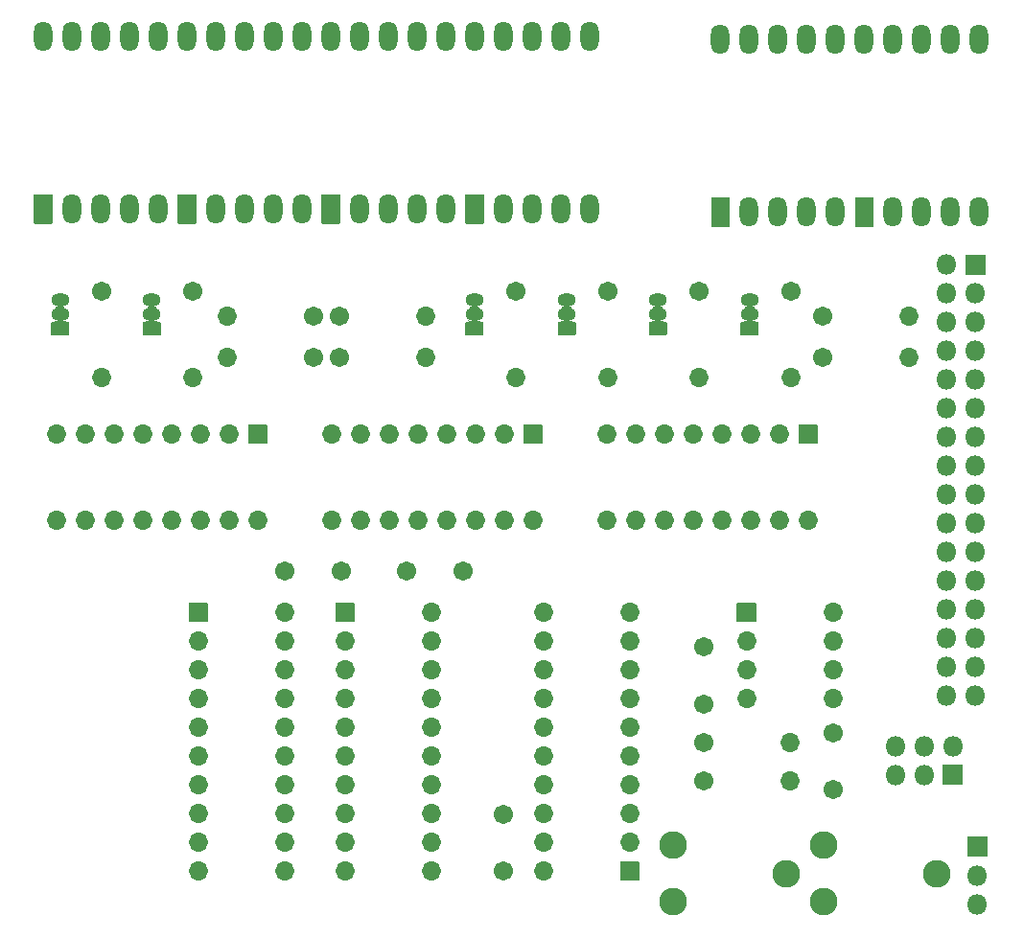
<source format=gts>
G04 #@! TF.GenerationSoftware,KiCad,Pcbnew,(5.1.9)-1*
G04 #@! TF.CreationDate,2023-04-05T16:21:32+01:00*
G04 #@! TF.ProjectId,AT65C02_HEX_rev002,41543635-4330-4325-9f48-45585f726576,rev?*
G04 #@! TF.SameCoordinates,Original*
G04 #@! TF.FileFunction,Soldermask,Top*
G04 #@! TF.FilePolarity,Negative*
%FSLAX46Y46*%
G04 Gerber Fmt 4.6, Leading zero omitted, Abs format (unit mm)*
G04 Created by KiCad (PCBNEW (5.1.9)-1) date 2023-04-05 16:21:32*
%MOMM*%
%LPD*%
G01*
G04 APERTURE LIST*
%ADD10C,1.702000*%
%ADD11O,1.626000X2.626000*%
%ADD12O,1.602000X1.152000*%
%ADD13O,1.702000X1.702000*%
%ADD14C,2.442000*%
%ADD15O,1.802000X1.802000*%
%ADD16C,0.100000*%
G04 APERTURE END LIST*
D10*
X169015000Y-87050000D03*
X174015000Y-87050000D03*
X158242000Y-87050000D03*
X163242000Y-87050000D03*
X177565000Y-108525000D03*
X177565000Y-113525000D03*
D11*
X209438000Y-40042000D03*
X211978000Y-40042000D03*
X214518000Y-40042000D03*
X217058000Y-40042000D03*
X219598000Y-40042000D03*
X219598000Y-55282000D03*
X217058000Y-55282000D03*
X214518000Y-55282000D03*
X211978000Y-55282000D03*
G36*
G01*
X208625000Y-56544000D02*
X208625000Y-54020000D01*
G75*
G02*
X208676000Y-53969000I51000J0D01*
G01*
X210200000Y-53969000D01*
G75*
G02*
X210251000Y-54020000I0J-51000D01*
G01*
X210251000Y-56544000D01*
G75*
G02*
X210200000Y-56595000I-51000J0D01*
G01*
X208676000Y-56595000D01*
G75*
G02*
X208625000Y-56544000I0J51000D01*
G01*
G37*
D10*
X195290000Y-98750000D03*
X195290000Y-93750000D03*
G36*
G01*
X175756000Y-66196000D02*
X174256000Y-66196000D01*
G75*
G02*
X174205000Y-66145000I0J51000D01*
G01*
X174205000Y-65095000D01*
G75*
G02*
X174256000Y-65044000I51000J0D01*
G01*
X175756000Y-65044000D01*
G75*
G02*
X175807000Y-65095000I0J-51000D01*
G01*
X175807000Y-66145000D01*
G75*
G02*
X175756000Y-66196000I-51000J0D01*
G01*
G37*
D12*
X175006000Y-63080000D03*
X175006000Y-64350000D03*
X183166000Y-64350000D03*
X183166000Y-63080000D03*
G36*
G01*
X183916000Y-66196000D02*
X182416000Y-66196000D01*
G75*
G02*
X182365000Y-66145000I0J51000D01*
G01*
X182365000Y-65095000D01*
G75*
G02*
X182416000Y-65044000I51000J0D01*
G01*
X183916000Y-65044000D01*
G75*
G02*
X183967000Y-65095000I0J-51000D01*
G01*
X183967000Y-66145000D01*
G75*
G02*
X183916000Y-66196000I-51000J0D01*
G01*
G37*
D13*
X202910000Y-105525000D03*
D10*
X195290000Y-105525000D03*
X195290000Y-102150000D03*
D13*
X202910000Y-102150000D03*
D10*
X186806000Y-62290000D03*
D13*
X186806000Y-69910000D03*
X153162000Y-64520000D03*
D10*
X160782000Y-64520000D03*
G36*
G01*
X189573000Y-112738000D02*
X189573000Y-114338000D01*
G75*
G02*
X189522000Y-114389000I-51000J0D01*
G01*
X187922000Y-114389000D01*
G75*
G02*
X187871000Y-114338000I0J51000D01*
G01*
X187871000Y-112738000D01*
G75*
G02*
X187922000Y-112687000I51000J0D01*
G01*
X189522000Y-112687000D01*
G75*
G02*
X189573000Y-112738000I0J-51000D01*
G01*
G37*
D13*
X181102000Y-90678000D03*
X188722000Y-110998000D03*
X181102000Y-93218000D03*
X188722000Y-108458000D03*
X181102000Y-95758000D03*
X188722000Y-105918000D03*
X181102000Y-98298000D03*
X188722000Y-103378000D03*
X181102000Y-100838000D03*
X188722000Y-100838000D03*
X181102000Y-103378000D03*
X188722000Y-98298000D03*
X181102000Y-105918000D03*
X188722000Y-95758000D03*
X181102000Y-108458000D03*
X188722000Y-93218000D03*
X181102000Y-110998000D03*
X188722000Y-90678000D03*
X181102000Y-113538000D03*
G36*
G01*
X198189000Y-91478000D02*
X198189000Y-89878000D01*
G75*
G02*
X198240000Y-89827000I51000J0D01*
G01*
X199840000Y-89827000D01*
G75*
G02*
X199891000Y-89878000I0J-51000D01*
G01*
X199891000Y-91478000D01*
G75*
G02*
X199840000Y-91529000I-51000J0D01*
G01*
X198240000Y-91529000D01*
G75*
G02*
X198189000Y-91478000I0J51000D01*
G01*
G37*
X206660000Y-98298000D03*
X199040000Y-93218000D03*
X206660000Y-95758000D03*
X199040000Y-95758000D03*
X206660000Y-93218000D03*
X199040000Y-98298000D03*
X206660000Y-90678000D03*
G36*
G01*
X139174000Y-66196000D02*
X137674000Y-66196000D01*
G75*
G02*
X137623000Y-66145000I0J51000D01*
G01*
X137623000Y-65095000D01*
G75*
G02*
X137674000Y-65044000I51000J0D01*
G01*
X139174000Y-65044000D01*
G75*
G02*
X139225000Y-65095000I0J-51000D01*
G01*
X139225000Y-66145000D01*
G75*
G02*
X139174000Y-66196000I-51000J0D01*
G01*
G37*
D12*
X138424000Y-63080000D03*
X138424000Y-64350000D03*
X146529333Y-64350000D03*
X146529333Y-63080000D03*
G36*
G01*
X147279333Y-66196000D02*
X145779333Y-66196000D01*
G75*
G02*
X145728333Y-66145000I0J51000D01*
G01*
X145728333Y-65095000D01*
G75*
G02*
X145779333Y-65044000I51000J0D01*
G01*
X147279333Y-65044000D01*
G75*
G02*
X147330333Y-65095000I0J-51000D01*
G01*
X147330333Y-66145000D01*
G75*
G02*
X147279333Y-66196000I-51000J0D01*
G01*
G37*
X191210666Y-64350000D03*
X191210666Y-63080000D03*
G36*
G01*
X191960666Y-66196000D02*
X190460666Y-66196000D01*
G75*
G02*
X190409666Y-66145000I0J51000D01*
G01*
X190409666Y-65095000D01*
G75*
G02*
X190460666Y-65044000I51000J0D01*
G01*
X191960666Y-65044000D01*
G75*
G02*
X192011666Y-65095000I0J-51000D01*
G01*
X192011666Y-66145000D01*
G75*
G02*
X191960666Y-66196000I-51000J0D01*
G01*
G37*
G36*
G01*
X200066000Y-66196000D02*
X198566000Y-66196000D01*
G75*
G02*
X198515000Y-66145000I0J51000D01*
G01*
X198515000Y-65095000D01*
G75*
G02*
X198566000Y-65044000I51000J0D01*
G01*
X200066000Y-65044000D01*
G75*
G02*
X200117000Y-65095000I0J-51000D01*
G01*
X200117000Y-66145000D01*
G75*
G02*
X200066000Y-66196000I-51000J0D01*
G01*
G37*
X199316000Y-63080000D03*
X199316000Y-64350000D03*
D10*
X160782000Y-68160000D03*
D13*
X153162000Y-68160000D03*
D10*
X142064000Y-62290000D03*
D13*
X142064000Y-69910000D03*
X150169333Y-69910000D03*
D10*
X150169333Y-62290000D03*
D13*
X213360000Y-64520000D03*
D10*
X205740000Y-64520000D03*
G36*
G01*
X203670000Y-74079000D02*
X205270000Y-74079000D01*
G75*
G02*
X205321000Y-74130000I0J-51000D01*
G01*
X205321000Y-75730000D01*
G75*
G02*
X205270000Y-75781000I-51000J0D01*
G01*
X203670000Y-75781000D01*
G75*
G02*
X203619000Y-75730000I0J51000D01*
G01*
X203619000Y-74130000D01*
G75*
G02*
X203670000Y-74079000I51000J0D01*
G01*
G37*
D13*
X186690000Y-82550000D03*
X201930000Y-74930000D03*
X189230000Y-82550000D03*
X199390000Y-74930000D03*
X191770000Y-82550000D03*
X196850000Y-74930000D03*
X194310000Y-82550000D03*
X194310000Y-74930000D03*
X196850000Y-82550000D03*
X191770000Y-74930000D03*
X199390000Y-82550000D03*
X189230000Y-74930000D03*
X201930000Y-82550000D03*
X186690000Y-74930000D03*
X204470000Y-82550000D03*
X180167000Y-82550000D03*
X162387000Y-74930000D03*
X177627000Y-82550000D03*
X164927000Y-74930000D03*
X175087000Y-82550000D03*
X167467000Y-74930000D03*
X172547000Y-82550000D03*
X170007000Y-74930000D03*
X170007000Y-82550000D03*
X172547000Y-74930000D03*
X167467000Y-82550000D03*
X175087000Y-74930000D03*
X164927000Y-82550000D03*
X177627000Y-74930000D03*
X162387000Y-82550000D03*
G36*
G01*
X179367000Y-74079000D02*
X180967000Y-74079000D01*
G75*
G02*
X181018000Y-74130000I0J-51000D01*
G01*
X181018000Y-75730000D01*
G75*
G02*
X180967000Y-75781000I-51000J0D01*
G01*
X179367000Y-75781000D01*
G75*
G02*
X179316000Y-75730000I0J51000D01*
G01*
X179316000Y-74130000D01*
G75*
G02*
X179367000Y-74079000I51000J0D01*
G01*
G37*
X170688000Y-68160000D03*
D10*
X163068000Y-68160000D03*
D13*
X170688000Y-64520000D03*
D10*
X163068000Y-64520000D03*
D13*
X178646000Y-69910000D03*
D10*
X178646000Y-62290000D03*
X205740000Y-68160000D03*
D13*
X213360000Y-68160000D03*
D10*
X194850666Y-62290000D03*
D13*
X194850666Y-69910000D03*
D10*
X202956000Y-62290000D03*
D13*
X202956000Y-69910000D03*
G36*
G01*
X155064000Y-74079000D02*
X156664000Y-74079000D01*
G75*
G02*
X156715000Y-74130000I0J-51000D01*
G01*
X156715000Y-75730000D01*
G75*
G02*
X156664000Y-75781000I-51000J0D01*
G01*
X155064000Y-75781000D01*
G75*
G02*
X155013000Y-75730000I0J51000D01*
G01*
X155013000Y-74130000D01*
G75*
G02*
X155064000Y-74079000I51000J0D01*
G01*
G37*
X138084000Y-82550000D03*
X153324000Y-74930000D03*
X140624000Y-82550000D03*
X150784000Y-74930000D03*
X143164000Y-82550000D03*
X148244000Y-74930000D03*
X145704000Y-82550000D03*
X145704000Y-74930000D03*
X148244000Y-82550000D03*
X143164000Y-74930000D03*
X150784000Y-82550000D03*
X140624000Y-74930000D03*
X153324000Y-82550000D03*
X138084000Y-74930000D03*
X155864000Y-82550000D03*
G36*
G01*
X162725000Y-91478000D02*
X162725000Y-89878000D01*
G75*
G02*
X162776000Y-89827000I51000J0D01*
G01*
X164376000Y-89827000D01*
G75*
G02*
X164427000Y-89878000I0J-51000D01*
G01*
X164427000Y-91478000D01*
G75*
G02*
X164376000Y-91529000I-51000J0D01*
G01*
X162776000Y-91529000D01*
G75*
G02*
X162725000Y-91478000I0J51000D01*
G01*
G37*
X171196000Y-113538000D03*
X163576000Y-93218000D03*
X171196000Y-110998000D03*
X163576000Y-95758000D03*
X171196000Y-108458000D03*
X163576000Y-98298000D03*
X171196000Y-105918000D03*
X163576000Y-100838000D03*
X171196000Y-103378000D03*
X163576000Y-103378000D03*
X171196000Y-100838000D03*
X163576000Y-105918000D03*
X171196000Y-98298000D03*
X163576000Y-108458000D03*
X171196000Y-95758000D03*
X163576000Y-110998000D03*
X171196000Y-93218000D03*
X163576000Y-113538000D03*
X171196000Y-90678000D03*
X158242000Y-90678000D03*
X150622000Y-113538000D03*
X158242000Y-93218000D03*
X150622000Y-110998000D03*
X158242000Y-95758000D03*
X150622000Y-108458000D03*
X158242000Y-98298000D03*
X150622000Y-105918000D03*
X158242000Y-100838000D03*
X150622000Y-103378000D03*
X158242000Y-103378000D03*
X150622000Y-100838000D03*
X158242000Y-105918000D03*
X150622000Y-98298000D03*
X158242000Y-108458000D03*
X150622000Y-95758000D03*
X158242000Y-110998000D03*
X150622000Y-93218000D03*
X158242000Y-113538000D03*
G36*
G01*
X149771000Y-91478000D02*
X149771000Y-89878000D01*
G75*
G02*
X149822000Y-89827000I51000J0D01*
G01*
X151422000Y-89827000D01*
G75*
G02*
X151473000Y-89878000I0J-51000D01*
G01*
X151473000Y-91478000D01*
G75*
G02*
X151422000Y-91529000I-51000J0D01*
G01*
X149822000Y-91529000D01*
G75*
G02*
X149771000Y-91478000I0J51000D01*
G01*
G37*
G36*
G01*
X136127000Y-56290000D02*
X136127000Y-53766000D01*
G75*
G02*
X136178000Y-53715000I51000J0D01*
G01*
X137702000Y-53715000D01*
G75*
G02*
X137753000Y-53766000I0J-51000D01*
G01*
X137753000Y-56290000D01*
G75*
G02*
X137702000Y-56341000I-51000J0D01*
G01*
X136178000Y-56341000D01*
G75*
G02*
X136127000Y-56290000I0J51000D01*
G01*
G37*
D11*
X139480000Y-55028000D03*
X142020000Y-55028000D03*
X144560000Y-55028000D03*
X147100000Y-55028000D03*
X147100000Y-39788000D03*
X144560000Y-39788000D03*
X142020000Y-39788000D03*
X139480000Y-39788000D03*
X136940000Y-39788000D03*
X149640000Y-39788000D03*
X152180000Y-39788000D03*
X154720000Y-39788000D03*
X157260000Y-39788000D03*
X159800000Y-39788000D03*
X159800000Y-55028000D03*
X157260000Y-55028000D03*
X154720000Y-55028000D03*
X152180000Y-55028000D03*
G36*
G01*
X148827000Y-56290000D02*
X148827000Y-53766000D01*
G75*
G02*
X148878000Y-53715000I51000J0D01*
G01*
X150402000Y-53715000D01*
G75*
G02*
X150453000Y-53766000I0J-51000D01*
G01*
X150453000Y-56290000D01*
G75*
G02*
X150402000Y-56341000I-51000J0D01*
G01*
X148878000Y-56341000D01*
G75*
G02*
X148827000Y-56290000I0J51000D01*
G01*
G37*
G36*
G01*
X161527000Y-56290000D02*
X161527000Y-53766000D01*
G75*
G02*
X161578000Y-53715000I51000J0D01*
G01*
X163102000Y-53715000D01*
G75*
G02*
X163153000Y-53766000I0J-51000D01*
G01*
X163153000Y-56290000D01*
G75*
G02*
X163102000Y-56341000I-51000J0D01*
G01*
X161578000Y-56341000D01*
G75*
G02*
X161527000Y-56290000I0J51000D01*
G01*
G37*
X164880000Y-55028000D03*
X167420000Y-55028000D03*
X169960000Y-55028000D03*
X172500000Y-55028000D03*
X172500000Y-39788000D03*
X169960000Y-39788000D03*
X167420000Y-39788000D03*
X164880000Y-39788000D03*
X162340000Y-39788000D03*
X175040000Y-39788000D03*
X177580000Y-39788000D03*
X180120000Y-39788000D03*
X182660000Y-39788000D03*
X185200000Y-39788000D03*
X185200000Y-55028000D03*
X182660000Y-55028000D03*
X180120000Y-55028000D03*
X177580000Y-55028000D03*
G36*
G01*
X174227000Y-56290000D02*
X174227000Y-53766000D01*
G75*
G02*
X174278000Y-53715000I51000J0D01*
G01*
X175802000Y-53715000D01*
G75*
G02*
X175853000Y-53766000I0J-51000D01*
G01*
X175853000Y-56290000D01*
G75*
G02*
X175802000Y-56341000I-51000J0D01*
G01*
X174278000Y-56341000D01*
G75*
G02*
X174227000Y-56290000I0J51000D01*
G01*
G37*
G36*
G01*
X195925000Y-56544000D02*
X195925000Y-54020000D01*
G75*
G02*
X195976000Y-53969000I51000J0D01*
G01*
X197500000Y-53969000D01*
G75*
G02*
X197551000Y-54020000I0J-51000D01*
G01*
X197551000Y-56544000D01*
G75*
G02*
X197500000Y-56595000I-51000J0D01*
G01*
X195976000Y-56595000D01*
G75*
G02*
X195925000Y-56544000I0J51000D01*
G01*
G37*
X199278000Y-55282000D03*
X201818000Y-55282000D03*
X204358000Y-55282000D03*
X206898000Y-55282000D03*
X206898000Y-40042000D03*
X204358000Y-40042000D03*
X201818000Y-40042000D03*
X199278000Y-40042000D03*
X196738000Y-40042000D03*
D10*
X206660000Y-101350000D03*
X206660000Y-106350000D03*
D14*
X192565000Y-116250000D03*
X202565000Y-113750000D03*
X192565000Y-111250000D03*
X205840000Y-111250000D03*
X215840000Y-113750000D03*
X205840000Y-116250000D03*
G36*
G01*
X220161000Y-59100000D02*
X220161000Y-60800000D01*
G75*
G02*
X220110000Y-60851000I-51000J0D01*
G01*
X218410000Y-60851000D01*
G75*
G02*
X218359000Y-60800000I0J51000D01*
G01*
X218359000Y-59100000D01*
G75*
G02*
X218410000Y-59049000I51000J0D01*
G01*
X220110000Y-59049000D01*
G75*
G02*
X220161000Y-59100000I0J-51000D01*
G01*
G37*
D15*
X216720000Y-59950000D03*
X219260000Y-62490000D03*
X216720000Y-62490000D03*
X219260000Y-65030000D03*
X216720000Y-65030000D03*
X219260000Y-67570000D03*
X216720000Y-67570000D03*
X219260000Y-70110000D03*
X216720000Y-70110000D03*
X219260000Y-72650000D03*
X216720000Y-72650000D03*
X219260000Y-75190000D03*
X216720000Y-75190000D03*
X219260000Y-77730000D03*
X216720000Y-77730000D03*
X219260000Y-80270000D03*
X216720000Y-80270000D03*
X219260000Y-82810000D03*
X216720000Y-82810000D03*
X219260000Y-85350000D03*
X216720000Y-85350000D03*
X219260000Y-87890000D03*
X216720000Y-87890000D03*
X219260000Y-90430000D03*
X216720000Y-90430000D03*
X219260000Y-92970000D03*
X216720000Y-92970000D03*
X219260000Y-95510000D03*
X216720000Y-95510000D03*
X219260000Y-98050000D03*
X216720000Y-98050000D03*
G36*
G01*
X216415000Y-104124000D02*
X218115000Y-104124000D01*
G75*
G02*
X218166000Y-104175000I0J-51000D01*
G01*
X218166000Y-105875000D01*
G75*
G02*
X218115000Y-105926000I-51000J0D01*
G01*
X216415000Y-105926000D01*
G75*
G02*
X216364000Y-105875000I0J51000D01*
G01*
X216364000Y-104175000D01*
G75*
G02*
X216415000Y-104124000I51000J0D01*
G01*
G37*
X217265000Y-102485000D03*
X214725000Y-105025000D03*
X214725000Y-102485000D03*
X212185000Y-105025000D03*
X212185000Y-102485000D03*
X219440000Y-116455000D03*
X219440000Y-113915000D03*
G36*
G01*
X218539000Y-112225000D02*
X218539000Y-110525000D01*
G75*
G02*
X218590000Y-110474000I51000J0D01*
G01*
X220290000Y-110474000D01*
G75*
G02*
X220341000Y-110525000I0J-51000D01*
G01*
X220341000Y-112225000D01*
G75*
G02*
X220290000Y-112276000I-51000J0D01*
G01*
X218590000Y-112276000D01*
G75*
G02*
X218539000Y-112225000I0J51000D01*
G01*
G37*
D16*
G36*
X199865674Y-64826390D02*
G01*
X199865115Y-64828130D01*
X199852269Y-64840976D01*
X199838874Y-64861024D01*
X199829647Y-64883297D01*
X199824943Y-64906948D01*
X199824943Y-64931054D01*
X199829647Y-64954704D01*
X199838874Y-64976978D01*
X199852268Y-64997025D01*
X199869315Y-65014072D01*
X199889363Y-65027467D01*
X199911636Y-65036694D01*
X199935333Y-65041407D01*
X199947438Y-65042002D01*
X199949119Y-65043086D01*
X199949021Y-65045084D01*
X199947340Y-65046000D01*
X198684660Y-65046000D01*
X198682928Y-65045000D01*
X198682928Y-65043000D01*
X198684464Y-65042010D01*
X198708651Y-65039628D01*
X198731726Y-65032628D01*
X198752990Y-65021263D01*
X198771627Y-65005968D01*
X198786922Y-64987331D01*
X198798287Y-64966067D01*
X198805287Y-64942992D01*
X198807650Y-64919001D01*
X198805287Y-64895010D01*
X198798287Y-64871935D01*
X198786922Y-64850671D01*
X198771595Y-64831995D01*
X198770123Y-64830661D01*
X198769511Y-64828757D01*
X198770854Y-64827275D01*
X198772409Y-64827415D01*
X198871343Y-64880298D01*
X198979023Y-64912962D01*
X199091094Y-64924000D01*
X199540906Y-64924000D01*
X199652977Y-64912962D01*
X199760657Y-64880298D01*
X199859892Y-64827255D01*
X199862432Y-64825170D01*
X199864406Y-64824844D01*
X199865674Y-64826390D01*
G37*
G36*
X147079007Y-64826390D02*
G01*
X147078448Y-64828130D01*
X147065602Y-64840976D01*
X147052207Y-64861024D01*
X147042980Y-64883297D01*
X147038276Y-64906948D01*
X147038276Y-64931054D01*
X147042980Y-64954704D01*
X147052207Y-64976978D01*
X147065601Y-64997025D01*
X147082648Y-65014072D01*
X147102696Y-65027467D01*
X147124969Y-65036694D01*
X147148666Y-65041407D01*
X147160771Y-65042002D01*
X147162452Y-65043086D01*
X147162354Y-65045084D01*
X147160673Y-65046000D01*
X145897993Y-65046000D01*
X145896261Y-65045000D01*
X145896261Y-65043000D01*
X145897797Y-65042010D01*
X145921984Y-65039628D01*
X145945059Y-65032628D01*
X145966323Y-65021263D01*
X145984960Y-65005968D01*
X146000255Y-64987331D01*
X146011620Y-64966067D01*
X146018620Y-64942992D01*
X146020983Y-64919001D01*
X146018620Y-64895010D01*
X146011620Y-64871935D01*
X146000255Y-64850671D01*
X145984928Y-64831995D01*
X145983456Y-64830661D01*
X145982844Y-64828757D01*
X145984187Y-64827275D01*
X145985742Y-64827415D01*
X146084676Y-64880298D01*
X146192356Y-64912962D01*
X146304427Y-64924000D01*
X146754239Y-64924000D01*
X146866310Y-64912962D01*
X146973990Y-64880298D01*
X147073225Y-64827255D01*
X147075765Y-64825170D01*
X147077739Y-64824844D01*
X147079007Y-64826390D01*
G37*
G36*
X175555674Y-64826390D02*
G01*
X175555115Y-64828130D01*
X175542269Y-64840976D01*
X175528874Y-64861024D01*
X175519647Y-64883297D01*
X175514943Y-64906948D01*
X175514943Y-64931054D01*
X175519647Y-64954704D01*
X175528874Y-64976978D01*
X175542268Y-64997025D01*
X175559315Y-65014072D01*
X175579363Y-65027467D01*
X175601636Y-65036694D01*
X175625333Y-65041407D01*
X175637438Y-65042002D01*
X175639119Y-65043086D01*
X175639021Y-65045084D01*
X175637340Y-65046000D01*
X174374660Y-65046000D01*
X174372928Y-65045000D01*
X174372928Y-65043000D01*
X174374464Y-65042010D01*
X174398651Y-65039628D01*
X174421726Y-65032628D01*
X174442990Y-65021263D01*
X174461627Y-65005968D01*
X174476922Y-64987331D01*
X174488287Y-64966067D01*
X174495287Y-64942992D01*
X174497650Y-64919001D01*
X174495287Y-64895010D01*
X174488287Y-64871935D01*
X174476922Y-64850671D01*
X174461595Y-64831995D01*
X174460123Y-64830661D01*
X174459511Y-64828757D01*
X174460854Y-64827275D01*
X174462409Y-64827415D01*
X174561343Y-64880298D01*
X174669023Y-64912962D01*
X174781094Y-64924000D01*
X175230906Y-64924000D01*
X175342977Y-64912962D01*
X175450657Y-64880298D01*
X175549892Y-64827255D01*
X175552432Y-64825170D01*
X175554406Y-64824844D01*
X175555674Y-64826390D01*
G37*
G36*
X183715674Y-64826390D02*
G01*
X183715115Y-64828130D01*
X183702269Y-64840976D01*
X183688874Y-64861024D01*
X183679647Y-64883297D01*
X183674943Y-64906948D01*
X183674943Y-64931054D01*
X183679647Y-64954704D01*
X183688874Y-64976978D01*
X183702268Y-64997025D01*
X183719315Y-65014072D01*
X183739363Y-65027467D01*
X183761636Y-65036694D01*
X183785333Y-65041407D01*
X183797438Y-65042002D01*
X183799119Y-65043086D01*
X183799021Y-65045084D01*
X183797340Y-65046000D01*
X182534660Y-65046000D01*
X182532928Y-65045000D01*
X182532928Y-65043000D01*
X182534464Y-65042010D01*
X182558651Y-65039628D01*
X182581726Y-65032628D01*
X182602990Y-65021263D01*
X182621627Y-65005968D01*
X182636922Y-64987331D01*
X182648287Y-64966067D01*
X182655287Y-64942992D01*
X182657650Y-64919001D01*
X182655287Y-64895010D01*
X182648287Y-64871935D01*
X182636922Y-64850671D01*
X182621595Y-64831995D01*
X182620123Y-64830661D01*
X182619511Y-64828757D01*
X182620854Y-64827275D01*
X182622409Y-64827415D01*
X182721343Y-64880298D01*
X182829023Y-64912962D01*
X182941094Y-64924000D01*
X183390906Y-64924000D01*
X183502977Y-64912962D01*
X183610657Y-64880298D01*
X183709892Y-64827255D01*
X183712432Y-64825170D01*
X183714406Y-64824844D01*
X183715674Y-64826390D01*
G37*
G36*
X191760340Y-64826390D02*
G01*
X191759781Y-64828130D01*
X191746935Y-64840976D01*
X191733540Y-64861024D01*
X191724313Y-64883297D01*
X191719609Y-64906948D01*
X191719609Y-64931054D01*
X191724313Y-64954704D01*
X191733540Y-64976978D01*
X191746934Y-64997025D01*
X191763981Y-65014072D01*
X191784029Y-65027467D01*
X191806302Y-65036694D01*
X191829999Y-65041407D01*
X191842104Y-65042002D01*
X191843785Y-65043086D01*
X191843687Y-65045084D01*
X191842006Y-65046000D01*
X190579326Y-65046000D01*
X190577594Y-65045000D01*
X190577594Y-65043000D01*
X190579130Y-65042010D01*
X190603317Y-65039628D01*
X190626392Y-65032628D01*
X190647656Y-65021263D01*
X190666293Y-65005968D01*
X190681588Y-64987331D01*
X190692953Y-64966067D01*
X190699953Y-64942992D01*
X190702316Y-64919001D01*
X190699953Y-64895010D01*
X190692953Y-64871935D01*
X190681588Y-64850671D01*
X190666261Y-64831995D01*
X190664789Y-64830661D01*
X190664177Y-64828757D01*
X190665520Y-64827275D01*
X190667075Y-64827415D01*
X190766009Y-64880298D01*
X190873689Y-64912962D01*
X190985760Y-64924000D01*
X191435572Y-64924000D01*
X191547643Y-64912962D01*
X191655323Y-64880298D01*
X191754558Y-64827255D01*
X191757098Y-64825170D01*
X191759072Y-64824844D01*
X191760340Y-64826390D01*
G37*
G36*
X138973674Y-64826390D02*
G01*
X138973115Y-64828130D01*
X138960269Y-64840976D01*
X138946874Y-64861024D01*
X138937647Y-64883297D01*
X138932943Y-64906948D01*
X138932943Y-64931054D01*
X138937647Y-64954704D01*
X138946874Y-64976978D01*
X138960268Y-64997025D01*
X138977315Y-65014072D01*
X138997363Y-65027467D01*
X139019636Y-65036694D01*
X139043333Y-65041407D01*
X139055438Y-65042002D01*
X139057119Y-65043086D01*
X139057021Y-65045084D01*
X139055340Y-65046000D01*
X137792660Y-65046000D01*
X137790928Y-65045000D01*
X137790928Y-65043000D01*
X137792464Y-65042010D01*
X137816651Y-65039628D01*
X137839726Y-65032628D01*
X137860990Y-65021263D01*
X137879627Y-65005968D01*
X137894922Y-64987331D01*
X137906287Y-64966067D01*
X137913287Y-64942992D01*
X137915650Y-64919001D01*
X137913287Y-64895010D01*
X137906287Y-64871935D01*
X137894922Y-64850671D01*
X137879595Y-64831995D01*
X137878123Y-64830661D01*
X137877511Y-64828757D01*
X137878854Y-64827275D01*
X137880409Y-64827415D01*
X137979343Y-64880298D01*
X138087023Y-64912962D01*
X138199094Y-64924000D01*
X138648906Y-64924000D01*
X138760977Y-64912962D01*
X138868657Y-64880298D01*
X138967892Y-64827255D01*
X138970432Y-64825170D01*
X138972406Y-64824844D01*
X138973674Y-64826390D01*
G37*
G36*
X190758733Y-63606409D02*
G01*
X190766009Y-63610298D01*
X190873689Y-63642962D01*
X190985760Y-63654000D01*
X191435572Y-63654000D01*
X191547643Y-63642962D01*
X191655323Y-63610298D01*
X191662599Y-63606409D01*
X191664598Y-63606475D01*
X191665541Y-63608238D01*
X191664653Y-63609836D01*
X191649548Y-63619929D01*
X191632501Y-63636976D01*
X191619106Y-63657024D01*
X191609880Y-63679298D01*
X191605176Y-63702948D01*
X191605176Y-63727054D01*
X191609881Y-63750704D01*
X191619107Y-63772978D01*
X191632502Y-63793025D01*
X191649549Y-63810072D01*
X191664653Y-63820164D01*
X191665538Y-63821958D01*
X191664427Y-63823621D01*
X191662599Y-63823591D01*
X191655323Y-63819702D01*
X191547643Y-63787038D01*
X191435572Y-63776000D01*
X190985760Y-63776000D01*
X190873689Y-63787038D01*
X190766009Y-63819702D01*
X190758733Y-63823591D01*
X190756734Y-63823525D01*
X190755791Y-63821762D01*
X190756679Y-63820164D01*
X190771784Y-63810071D01*
X190788831Y-63793024D01*
X190802226Y-63772976D01*
X190811452Y-63750702D01*
X190816156Y-63727052D01*
X190816156Y-63702946D01*
X190811451Y-63679296D01*
X190802225Y-63657022D01*
X190788830Y-63636975D01*
X190771783Y-63619928D01*
X190756679Y-63609836D01*
X190755794Y-63608042D01*
X190756905Y-63606379D01*
X190758733Y-63606409D01*
G37*
G36*
X137972067Y-63606409D02*
G01*
X137979343Y-63610298D01*
X138087023Y-63642962D01*
X138199094Y-63654000D01*
X138648906Y-63654000D01*
X138760977Y-63642962D01*
X138868657Y-63610298D01*
X138875933Y-63606409D01*
X138877932Y-63606475D01*
X138878875Y-63608238D01*
X138877987Y-63609836D01*
X138862882Y-63619929D01*
X138845835Y-63636976D01*
X138832440Y-63657024D01*
X138823214Y-63679298D01*
X138818510Y-63702948D01*
X138818510Y-63727054D01*
X138823215Y-63750704D01*
X138832441Y-63772978D01*
X138845836Y-63793025D01*
X138862883Y-63810072D01*
X138877987Y-63820164D01*
X138878872Y-63821958D01*
X138877761Y-63823621D01*
X138875933Y-63823591D01*
X138868657Y-63819702D01*
X138760977Y-63787038D01*
X138648906Y-63776000D01*
X138199094Y-63776000D01*
X138087023Y-63787038D01*
X137979343Y-63819702D01*
X137972067Y-63823591D01*
X137970068Y-63823525D01*
X137969125Y-63821762D01*
X137970013Y-63820164D01*
X137985118Y-63810071D01*
X138002165Y-63793024D01*
X138015560Y-63772976D01*
X138024786Y-63750702D01*
X138029490Y-63727052D01*
X138029490Y-63702946D01*
X138024785Y-63679296D01*
X138015559Y-63657022D01*
X138002164Y-63636975D01*
X137985117Y-63619928D01*
X137970013Y-63609836D01*
X137969128Y-63608042D01*
X137970239Y-63606379D01*
X137972067Y-63606409D01*
G37*
G36*
X146077400Y-63606409D02*
G01*
X146084676Y-63610298D01*
X146192356Y-63642962D01*
X146304427Y-63654000D01*
X146754239Y-63654000D01*
X146866310Y-63642962D01*
X146973990Y-63610298D01*
X146981266Y-63606409D01*
X146983265Y-63606475D01*
X146984208Y-63608238D01*
X146983320Y-63609836D01*
X146968215Y-63619929D01*
X146951168Y-63636976D01*
X146937773Y-63657024D01*
X146928547Y-63679298D01*
X146923843Y-63702948D01*
X146923843Y-63727054D01*
X146928548Y-63750704D01*
X146937774Y-63772978D01*
X146951169Y-63793025D01*
X146968216Y-63810072D01*
X146983320Y-63820164D01*
X146984205Y-63821958D01*
X146983094Y-63823621D01*
X146981266Y-63823591D01*
X146973990Y-63819702D01*
X146866310Y-63787038D01*
X146754239Y-63776000D01*
X146304427Y-63776000D01*
X146192356Y-63787038D01*
X146084676Y-63819702D01*
X146077400Y-63823591D01*
X146075401Y-63823525D01*
X146074458Y-63821762D01*
X146075346Y-63820164D01*
X146090451Y-63810071D01*
X146107498Y-63793024D01*
X146120893Y-63772976D01*
X146130119Y-63750702D01*
X146134823Y-63727052D01*
X146134823Y-63702946D01*
X146130118Y-63679296D01*
X146120892Y-63657022D01*
X146107497Y-63636975D01*
X146090450Y-63619928D01*
X146075346Y-63609836D01*
X146074461Y-63608042D01*
X146075572Y-63606379D01*
X146077400Y-63606409D01*
G37*
G36*
X198864067Y-63606409D02*
G01*
X198871343Y-63610298D01*
X198979023Y-63642962D01*
X199091094Y-63654000D01*
X199540906Y-63654000D01*
X199652977Y-63642962D01*
X199760657Y-63610298D01*
X199767933Y-63606409D01*
X199769932Y-63606475D01*
X199770875Y-63608238D01*
X199769987Y-63609836D01*
X199754882Y-63619929D01*
X199737835Y-63636976D01*
X199724440Y-63657024D01*
X199715214Y-63679298D01*
X199710510Y-63702948D01*
X199710510Y-63727054D01*
X199715215Y-63750704D01*
X199724441Y-63772978D01*
X199737836Y-63793025D01*
X199754883Y-63810072D01*
X199769987Y-63820164D01*
X199770872Y-63821958D01*
X199769761Y-63823621D01*
X199767933Y-63823591D01*
X199760657Y-63819702D01*
X199652977Y-63787038D01*
X199540906Y-63776000D01*
X199091094Y-63776000D01*
X198979023Y-63787038D01*
X198871343Y-63819702D01*
X198864067Y-63823591D01*
X198862068Y-63823525D01*
X198861125Y-63821762D01*
X198862013Y-63820164D01*
X198877118Y-63810071D01*
X198894165Y-63793024D01*
X198907560Y-63772976D01*
X198916786Y-63750702D01*
X198921490Y-63727052D01*
X198921490Y-63702946D01*
X198916785Y-63679296D01*
X198907559Y-63657022D01*
X198894164Y-63636975D01*
X198877117Y-63619928D01*
X198862013Y-63609836D01*
X198861128Y-63608042D01*
X198862239Y-63606379D01*
X198864067Y-63606409D01*
G37*
G36*
X174554067Y-63606409D02*
G01*
X174561343Y-63610298D01*
X174669023Y-63642962D01*
X174781094Y-63654000D01*
X175230906Y-63654000D01*
X175342977Y-63642962D01*
X175450657Y-63610298D01*
X175457933Y-63606409D01*
X175459932Y-63606475D01*
X175460875Y-63608238D01*
X175459987Y-63609836D01*
X175444882Y-63619929D01*
X175427835Y-63636976D01*
X175414440Y-63657024D01*
X175405214Y-63679298D01*
X175400510Y-63702948D01*
X175400510Y-63727054D01*
X175405215Y-63750704D01*
X175414441Y-63772978D01*
X175427836Y-63793025D01*
X175444883Y-63810072D01*
X175459987Y-63820164D01*
X175460872Y-63821958D01*
X175459761Y-63823621D01*
X175457933Y-63823591D01*
X175450657Y-63819702D01*
X175342977Y-63787038D01*
X175230906Y-63776000D01*
X174781094Y-63776000D01*
X174669023Y-63787038D01*
X174561343Y-63819702D01*
X174554067Y-63823591D01*
X174552068Y-63823525D01*
X174551125Y-63821762D01*
X174552013Y-63820164D01*
X174567118Y-63810071D01*
X174584165Y-63793024D01*
X174597560Y-63772976D01*
X174606786Y-63750702D01*
X174611490Y-63727052D01*
X174611490Y-63702946D01*
X174606785Y-63679296D01*
X174597559Y-63657022D01*
X174584164Y-63636975D01*
X174567117Y-63619928D01*
X174552013Y-63609836D01*
X174551128Y-63608042D01*
X174552239Y-63606379D01*
X174554067Y-63606409D01*
G37*
G36*
X182714067Y-63606409D02*
G01*
X182721343Y-63610298D01*
X182829023Y-63642962D01*
X182941094Y-63654000D01*
X183390906Y-63654000D01*
X183502977Y-63642962D01*
X183610657Y-63610298D01*
X183617933Y-63606409D01*
X183619932Y-63606475D01*
X183620875Y-63608238D01*
X183619987Y-63609836D01*
X183604882Y-63619929D01*
X183587835Y-63636976D01*
X183574440Y-63657024D01*
X183565214Y-63679298D01*
X183560510Y-63702948D01*
X183560510Y-63727054D01*
X183565215Y-63750704D01*
X183574441Y-63772978D01*
X183587836Y-63793025D01*
X183604883Y-63810072D01*
X183619987Y-63820164D01*
X183620872Y-63821958D01*
X183619761Y-63823621D01*
X183617933Y-63823591D01*
X183610657Y-63819702D01*
X183502977Y-63787038D01*
X183390906Y-63776000D01*
X182941094Y-63776000D01*
X182829023Y-63787038D01*
X182721343Y-63819702D01*
X182714067Y-63823591D01*
X182712068Y-63823525D01*
X182711125Y-63821762D01*
X182712013Y-63820164D01*
X182727118Y-63810071D01*
X182744165Y-63793024D01*
X182757560Y-63772976D01*
X182766786Y-63750702D01*
X182771490Y-63727052D01*
X182771490Y-63702946D01*
X182766785Y-63679296D01*
X182757559Y-63657022D01*
X182744164Y-63636975D01*
X182727117Y-63619928D01*
X182712013Y-63609836D01*
X182711128Y-63608042D01*
X182712239Y-63606379D01*
X182714067Y-63606409D01*
G37*
M02*

</source>
